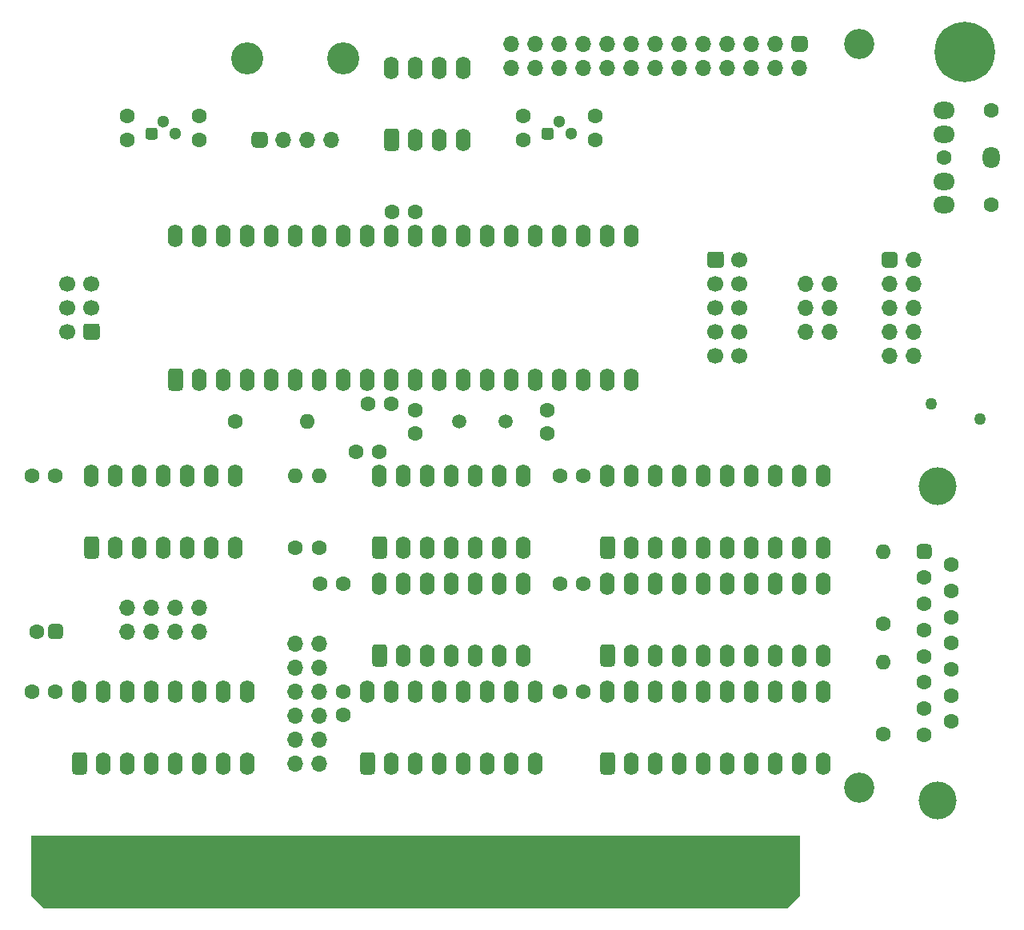
<source format=gbr>
%TF.GenerationSoftware,KiCad,Pcbnew,(5.1.10)-1*%
%TF.CreationDate,2022-05-20T00:42:25-07:00*%
%TF.ProjectId,hardmpu-wt,68617264-6d70-4752-9d77-742e6b696361,rev?*%
%TF.SameCoordinates,PX525bfc0PY8670810*%
%TF.FileFunction,Soldermask,Top*%
%TF.FilePolarity,Negative*%
%FSLAX46Y46*%
G04 Gerber Fmt 4.6, Leading zero omitted, Abs format (unit mm)*
G04 Created by KiCad (PCBNEW (5.1.10)-1) date 2022-05-20 00:42:25*
%MOMM*%
%LPD*%
G01*
G04 APERTURE LIST*
%ADD10C,0.100000*%
%ADD11O,1.700000X1.700000*%
%ADD12C,1.600000*%
%ADD13C,3.400000*%
%ADD14C,6.400000*%
%ADD15C,3.200000*%
%ADD16C,1.300000*%
%ADD17O,1.600000X2.400000*%
%ADD18O,2.300000X1.800000*%
%ADD19O,1.800000X2.300000*%
%ADD20R,1.780000X7.620000*%
%ADD21O,1.600000X1.600000*%
%ADD22C,4.000000*%
%ADD23C,1.270000*%
%ADD24C,1.500000*%
%ADD25C,1.700000*%
G04 APERTURE END LIST*
D10*
G36*
X81280000Y-6350000D02*
G01*
X80010000Y-7620000D01*
X1270000Y-7620000D01*
X0Y-6350000D01*
X0Y0D01*
X81280000Y0D01*
X81280000Y-6350000D01*
G37*
X81280000Y-6350000D02*
X80010000Y-7620000D01*
X1270000Y-7620000D01*
X0Y-6350000D01*
X0Y0D01*
X81280000Y0D01*
X81280000Y-6350000D01*
D11*
%TO.C,JP3*%
X84455000Y53340000D03*
X81915000Y53340000D03*
X84455000Y55880000D03*
X81915000Y55880000D03*
X84455000Y58420000D03*
X81915000Y58420000D03*
%TD*%
D12*
%TO.C,C14*%
X59690000Y76160000D03*
X59690000Y73660000D03*
%TD*%
%TO.C,C13*%
X10160000Y76160000D03*
X10160000Y73660000D03*
%TD*%
D13*
%TO.C,J7*%
X33020000Y82296000D03*
X22860000Y82296000D03*
D11*
X31750000Y73660000D03*
X29210000Y73660000D03*
X26670000Y73660000D03*
G36*
G01*
X24555000Y72810000D02*
X23705000Y72810000D01*
G75*
G02*
X23280000Y73235000I0J425000D01*
G01*
X23280000Y74085000D01*
G75*
G02*
X23705000Y74510000I425000J0D01*
G01*
X24555000Y74510000D01*
G75*
G02*
X24980000Y74085000I0J-425000D01*
G01*
X24980000Y73235000D01*
G75*
G02*
X24555000Y72810000I-425000J0D01*
G01*
G37*
%TD*%
D14*
%TO.C,H3*%
X98806000Y82931000D03*
%TD*%
D15*
%TO.C,H2*%
X87630000Y5080000D03*
%TD*%
%TO.C,H1*%
X87630000Y83820000D03*
%TD*%
D16*
%TO.C,U11*%
X55880000Y75565000D03*
X57150000Y74295000D03*
G36*
G01*
X53960000Y73970000D02*
X53960000Y74620000D01*
G75*
G02*
X54285000Y74945000I325000J0D01*
G01*
X54935000Y74945000D01*
G75*
G02*
X55260000Y74620000I0J-325000D01*
G01*
X55260000Y73970000D01*
G75*
G02*
X54935000Y73645000I-325000J0D01*
G01*
X54285000Y73645000D01*
G75*
G02*
X53960000Y73970000I0J325000D01*
G01*
G37*
%TD*%
D17*
%TO.C,U12*%
X38100000Y81280000D03*
X45720000Y73660000D03*
X40640000Y81280000D03*
X43180000Y73660000D03*
X43180000Y81280000D03*
X40640000Y73660000D03*
X45720000Y81280000D03*
G36*
G01*
X38500000Y72460000D02*
X37700000Y72460000D01*
G75*
G02*
X37300000Y72860000I0J400000D01*
G01*
X37300000Y74460000D01*
G75*
G02*
X37700000Y74860000I400000J0D01*
G01*
X38500000Y74860000D01*
G75*
G02*
X38900000Y74460000I0J-400000D01*
G01*
X38900000Y72860000D01*
G75*
G02*
X38500000Y72460000I-400000J0D01*
G01*
G37*
%TD*%
D16*
%TO.C,U10*%
X13970000Y75565000D03*
X15240000Y74295000D03*
G36*
G01*
X12050000Y73970000D02*
X12050000Y74620000D01*
G75*
G02*
X12375000Y74945000I325000J0D01*
G01*
X13025000Y74945000D01*
G75*
G02*
X13350000Y74620000I0J-325000D01*
G01*
X13350000Y73970000D01*
G75*
G02*
X13025000Y73645000I-325000J0D01*
G01*
X12375000Y73645000D01*
G75*
G02*
X12050000Y73970000I0J325000D01*
G01*
G37*
%TD*%
D12*
%TO.C,C16*%
X52070000Y73660000D03*
X52070000Y76160000D03*
%TD*%
%TO.C,C15*%
X17780000Y73660000D03*
X17780000Y76160000D03*
%TD*%
%TO.C,J3*%
X101600000Y66755000D03*
X101600000Y76755000D03*
X96600000Y71755000D03*
D18*
X96600000Y69255000D03*
X96600000Y74255000D03*
X96600000Y66755000D03*
X96600000Y76755000D03*
D19*
X101600000Y71755000D03*
%TD*%
D11*
%TO.C,J6*%
X50800000Y81280000D03*
X50800000Y83820000D03*
X53340000Y81280000D03*
X53340000Y83820000D03*
X55880000Y81280000D03*
X55880000Y83820000D03*
X58420000Y81280000D03*
X58420000Y83820000D03*
X60960000Y81280000D03*
X60960000Y83820000D03*
X63500000Y81280000D03*
X63500000Y83820000D03*
X66040000Y81280000D03*
X66040000Y83820000D03*
X68580000Y81280000D03*
X68580000Y83820000D03*
X71120000Y81280000D03*
X71120000Y83820000D03*
X73660000Y81280000D03*
X73660000Y83820000D03*
X76200000Y81280000D03*
X76200000Y83820000D03*
X78740000Y81280000D03*
X78740000Y83820000D03*
X81280000Y81280000D03*
G36*
G01*
X80855000Y84670000D02*
X81705000Y84670000D01*
G75*
G02*
X82130000Y84245000I0J-425000D01*
G01*
X82130000Y83395000D01*
G75*
G02*
X81705000Y82970000I-425000J0D01*
G01*
X80855000Y82970000D01*
G75*
G02*
X80430000Y83395000I0J425000D01*
G01*
X80430000Y84245000D01*
G75*
G02*
X80855000Y84670000I425000J0D01*
G01*
G37*
%TD*%
D17*
%TO.C,U3*%
X36830000Y26670000D03*
X52070000Y19050000D03*
X39370000Y26670000D03*
X49530000Y19050000D03*
X41910000Y26670000D03*
X46990000Y19050000D03*
X44450000Y26670000D03*
X44450000Y19050000D03*
X46990000Y26670000D03*
X41910000Y19050000D03*
X49530000Y26670000D03*
X39370000Y19050000D03*
X52070000Y26670000D03*
G36*
G01*
X37230000Y17850000D02*
X36430000Y17850000D01*
G75*
G02*
X36030000Y18250000I0J400000D01*
G01*
X36030000Y19850000D01*
G75*
G02*
X36430000Y20250000I400000J0D01*
G01*
X37230000Y20250000D01*
G75*
G02*
X37630000Y19850000I0J-400000D01*
G01*
X37630000Y18250000D01*
G75*
G02*
X37230000Y17850000I-400000J0D01*
G01*
G37*
%TD*%
%TO.C,U8*%
X36830000Y38100000D03*
X52070000Y30480000D03*
X39370000Y38100000D03*
X49530000Y30480000D03*
X41910000Y38100000D03*
X46990000Y30480000D03*
X44450000Y38100000D03*
X44450000Y30480000D03*
X46990000Y38100000D03*
X41910000Y30480000D03*
X49530000Y38100000D03*
X39370000Y30480000D03*
X52070000Y38100000D03*
G36*
G01*
X37230000Y29280000D02*
X36430000Y29280000D01*
G75*
G02*
X36030000Y29680000I0J400000D01*
G01*
X36030000Y31280000D01*
G75*
G02*
X36430000Y31680000I400000J0D01*
G01*
X37230000Y31680000D01*
G75*
G02*
X37630000Y31280000I0J-400000D01*
G01*
X37630000Y29680000D01*
G75*
G02*
X37230000Y29280000I-400000J0D01*
G01*
G37*
%TD*%
D20*
%TO.C,J8*%
X78740000Y-3810000D03*
X76200000Y-3810000D03*
X73660000Y-3810000D03*
X71120000Y-3810000D03*
X68580000Y-3810000D03*
X66040000Y-3810000D03*
X63500000Y-3810000D03*
X60960000Y-3810000D03*
X58420000Y-3810000D03*
X55880000Y-3810000D03*
X53340000Y-3810000D03*
X50800000Y-3810000D03*
X48260000Y-3810000D03*
X45720000Y-3810000D03*
X43180000Y-3810000D03*
X40640000Y-3810000D03*
X38100000Y-3810000D03*
X35560000Y-3810000D03*
X33020000Y-3810000D03*
X30480000Y-3810000D03*
X27940000Y-3810000D03*
X25400000Y-3810000D03*
X22860000Y-3810000D03*
X20320000Y-3810000D03*
X17780000Y-3810000D03*
X15240000Y-3810000D03*
X12700000Y-3810000D03*
X10160000Y-3810000D03*
X7620000Y-3810000D03*
X5080000Y-3810000D03*
X2540000Y-3810000D03*
%TD*%
D17*
%TO.C,U1*%
X35560000Y15240000D03*
X53340000Y7620000D03*
X38100000Y15240000D03*
X50800000Y7620000D03*
X40640000Y15240000D03*
X48260000Y7620000D03*
X43180000Y15240000D03*
X45720000Y7620000D03*
X45720000Y15240000D03*
X43180000Y7620000D03*
X48260000Y15240000D03*
X40640000Y7620000D03*
X50800000Y15240000D03*
X38100000Y7620000D03*
X53340000Y15240000D03*
G36*
G01*
X35960000Y6420000D02*
X35160000Y6420000D01*
G75*
G02*
X34760000Y6820000I0J400000D01*
G01*
X34760000Y8420000D01*
G75*
G02*
X35160000Y8820000I400000J0D01*
G01*
X35960000Y8820000D01*
G75*
G02*
X36360000Y8420000I0J-400000D01*
G01*
X36360000Y6820000D01*
G75*
G02*
X35960000Y6420000I-400000J0D01*
G01*
G37*
%TD*%
D12*
%TO.C,C17*%
X540000Y21590000D03*
G36*
G01*
X3340000Y21990000D02*
X3340000Y21190000D01*
G75*
G02*
X2940000Y20790000I-400000J0D01*
G01*
X2140000Y20790000D01*
G75*
G02*
X1740000Y21190000I0J400000D01*
G01*
X1740000Y21990000D01*
G75*
G02*
X2140000Y22390000I400000J0D01*
G01*
X2940000Y22390000D01*
G75*
G02*
X3340000Y21990000I0J-400000D01*
G01*
G37*
%TD*%
D11*
%TO.C,JP2*%
X30480000Y7620000D03*
X27940000Y7620000D03*
X30480000Y10160000D03*
X27940000Y10160000D03*
X30480000Y12700000D03*
X27940000Y12700000D03*
X30480000Y15240000D03*
X27940000Y15240000D03*
X30480000Y17780000D03*
X27940000Y17780000D03*
X30480000Y20320000D03*
X27940000Y20320000D03*
%TD*%
D12*
%TO.C,C10*%
X38140000Y66040000D03*
X40640000Y66040000D03*
%TD*%
%TO.C,C8*%
X34330000Y40640000D03*
X36830000Y40640000D03*
%TD*%
%TO.C,C7*%
X40000Y38100000D03*
X2540000Y38100000D03*
%TD*%
%TO.C,C6*%
X58420000Y38100000D03*
X55920000Y38100000D03*
%TD*%
%TO.C,C5*%
X55920000Y26670000D03*
X58420000Y26670000D03*
%TD*%
%TO.C,C4*%
X55920000Y15240000D03*
X58420000Y15240000D03*
%TD*%
%TO.C,C3*%
X30520000Y26670000D03*
X33020000Y26670000D03*
%TD*%
%TO.C,C2*%
X2540000Y15240000D03*
X40000Y15240000D03*
%TD*%
%TO.C,C1*%
X33020000Y15240000D03*
X33020000Y12740000D03*
%TD*%
D21*
%TO.C,R5*%
X90170000Y18315000D03*
D12*
X90170000Y10695000D03*
%TD*%
D21*
%TO.C,R4*%
X90170000Y30062500D03*
D12*
X90170000Y22442500D03*
%TD*%
D22*
%TO.C,J1*%
X95885000Y37010000D03*
X95885000Y3710000D03*
D12*
X97305000Y12050000D03*
X97305000Y14820000D03*
X97305000Y17590000D03*
X97305000Y20360000D03*
X97305000Y23130000D03*
X97305000Y25900000D03*
X97305000Y28670000D03*
X94465000Y10665000D03*
X94465000Y13435000D03*
X94465000Y16205000D03*
X94465000Y18975000D03*
X94465000Y21745000D03*
X94465000Y24515000D03*
X94465000Y27285000D03*
G36*
G01*
X94865000Y29255000D02*
X94065000Y29255000D01*
G75*
G02*
X93665000Y29655000I0J400000D01*
G01*
X93665000Y30455000D01*
G75*
G02*
X94065000Y30855000I400000J0D01*
G01*
X94865000Y30855000D01*
G75*
G02*
X95265000Y30455000I0J-400000D01*
G01*
X95265000Y29655000D01*
G75*
G02*
X94865000Y29255000I-400000J0D01*
G01*
G37*
%TD*%
D23*
%TO.C,F1*%
X95250000Y45720000D03*
X100350000Y44120000D03*
%TD*%
D17*
%TO.C,U7*%
X6350000Y38100000D03*
X21590000Y30480000D03*
X8890000Y38100000D03*
X19050000Y30480000D03*
X11430000Y38100000D03*
X16510000Y30480000D03*
X13970000Y38100000D03*
X13970000Y30480000D03*
X16510000Y38100000D03*
X11430000Y30480000D03*
X19050000Y38100000D03*
X8890000Y30480000D03*
X21590000Y38100000D03*
G36*
G01*
X6750000Y29280000D02*
X5950000Y29280000D01*
G75*
G02*
X5550000Y29680000I0J400000D01*
G01*
X5550000Y31280000D01*
G75*
G02*
X5950000Y31680000I400000J0D01*
G01*
X6750000Y31680000D01*
G75*
G02*
X7150000Y31280000I0J-400000D01*
G01*
X7150000Y29680000D01*
G75*
G02*
X6750000Y29280000I-400000J0D01*
G01*
G37*
%TD*%
%TO.C,U6*%
G36*
G01*
X61360000Y29280000D02*
X60560000Y29280000D01*
G75*
G02*
X60160000Y29680000I0J400000D01*
G01*
X60160000Y31280000D01*
G75*
G02*
X60560000Y31680000I400000J0D01*
G01*
X61360000Y31680000D01*
G75*
G02*
X61760000Y31280000I0J-400000D01*
G01*
X61760000Y29680000D01*
G75*
G02*
X61360000Y29280000I-400000J0D01*
G01*
G37*
X83820000Y38100000D03*
X63500000Y30480000D03*
X81280000Y38100000D03*
X66040000Y30480000D03*
X78740000Y38100000D03*
X68580000Y30480000D03*
X76200000Y38100000D03*
X71120000Y30480000D03*
X73660000Y38100000D03*
X73660000Y30480000D03*
X71120000Y38100000D03*
X76200000Y30480000D03*
X68580000Y38100000D03*
X78740000Y30480000D03*
X66040000Y38100000D03*
X81280000Y30480000D03*
X63500000Y38100000D03*
X83820000Y30480000D03*
X60960000Y38100000D03*
%TD*%
%TO.C,U5*%
G36*
G01*
X61360000Y17850000D02*
X60560000Y17850000D01*
G75*
G02*
X60160000Y18250000I0J400000D01*
G01*
X60160000Y19850000D01*
G75*
G02*
X60560000Y20250000I400000J0D01*
G01*
X61360000Y20250000D01*
G75*
G02*
X61760000Y19850000I0J-400000D01*
G01*
X61760000Y18250000D01*
G75*
G02*
X61360000Y17850000I-400000J0D01*
G01*
G37*
X83820000Y26670000D03*
X63500000Y19050000D03*
X81280000Y26670000D03*
X66040000Y19050000D03*
X78740000Y26670000D03*
X68580000Y19050000D03*
X76200000Y26670000D03*
X71120000Y19050000D03*
X73660000Y26670000D03*
X73660000Y19050000D03*
X71120000Y26670000D03*
X76200000Y19050000D03*
X68580000Y26670000D03*
X78740000Y19050000D03*
X66040000Y26670000D03*
X81280000Y19050000D03*
X63500000Y26670000D03*
X83820000Y19050000D03*
X60960000Y26670000D03*
%TD*%
%TO.C,U4*%
G36*
G01*
X61360000Y6420000D02*
X60560000Y6420000D01*
G75*
G02*
X60160000Y6820000I0J400000D01*
G01*
X60160000Y8420000D01*
G75*
G02*
X60560000Y8820000I400000J0D01*
G01*
X61360000Y8820000D01*
G75*
G02*
X61760000Y8420000I0J-400000D01*
G01*
X61760000Y6820000D01*
G75*
G02*
X61360000Y6420000I-400000J0D01*
G01*
G37*
X83820000Y15240000D03*
X63500000Y7620000D03*
X81280000Y15240000D03*
X66040000Y7620000D03*
X78740000Y15240000D03*
X68580000Y7620000D03*
X76200000Y15240000D03*
X71120000Y7620000D03*
X73660000Y15240000D03*
X73660000Y7620000D03*
X71120000Y15240000D03*
X76200000Y7620000D03*
X68580000Y15240000D03*
X78740000Y7620000D03*
X66040000Y15240000D03*
X81280000Y7620000D03*
X63500000Y15240000D03*
X83820000Y7620000D03*
X60960000Y15240000D03*
%TD*%
%TO.C,U2*%
X5080000Y15240000D03*
X22860000Y7620000D03*
X7620000Y15240000D03*
X20320000Y7620000D03*
X10160000Y15240000D03*
X17780000Y7620000D03*
X12700000Y15240000D03*
X15240000Y7620000D03*
X15240000Y15240000D03*
X12700000Y7620000D03*
X17780000Y15240000D03*
X10160000Y7620000D03*
X20320000Y15240000D03*
X7620000Y7620000D03*
X22860000Y15240000D03*
G36*
G01*
X5480000Y6420000D02*
X4680000Y6420000D01*
G75*
G02*
X4280000Y6820000I0J400000D01*
G01*
X4280000Y8420000D01*
G75*
G02*
X4680000Y8820000I400000J0D01*
G01*
X5480000Y8820000D01*
G75*
G02*
X5880000Y8420000I0J-400000D01*
G01*
X5880000Y6820000D01*
G75*
G02*
X5480000Y6420000I-400000J0D01*
G01*
G37*
%TD*%
D11*
%TO.C,JP1*%
X17780000Y24130000D03*
X17780000Y21590000D03*
X15240000Y24130000D03*
X15240000Y21590000D03*
X12700000Y24130000D03*
X12700000Y21590000D03*
X10160000Y24130000D03*
X10160000Y21590000D03*
%TD*%
D24*
%TO.C,Y1*%
X45285000Y43815000D03*
X50165000Y43815000D03*
%TD*%
D17*
%TO.C,U9*%
X15240000Y63500000D03*
X63500000Y48260000D03*
X17780000Y63500000D03*
X60960000Y48260000D03*
X20320000Y63500000D03*
X58420000Y48260000D03*
X22860000Y63500000D03*
X55880000Y48260000D03*
X25400000Y63500000D03*
X53340000Y48260000D03*
X27940000Y63500000D03*
X50800000Y48260000D03*
X30480000Y63500000D03*
X48260000Y48260000D03*
X33020000Y63500000D03*
X45720000Y48260000D03*
X35560000Y63500000D03*
X43180000Y48260000D03*
X38100000Y63500000D03*
X40640000Y48260000D03*
X40640000Y63500000D03*
X38100000Y48260000D03*
X43180000Y63500000D03*
X35560000Y48260000D03*
X45720000Y63500000D03*
X33020000Y48260000D03*
X48260000Y63500000D03*
X30480000Y48260000D03*
X50800000Y63500000D03*
X27940000Y48260000D03*
X53340000Y63500000D03*
X25400000Y48260000D03*
X55880000Y63500000D03*
X22860000Y48260000D03*
X58420000Y63500000D03*
X20320000Y48260000D03*
X60960000Y63500000D03*
X17780000Y48260000D03*
X63500000Y63500000D03*
G36*
G01*
X15640000Y47060000D02*
X14840000Y47060000D01*
G75*
G02*
X14440000Y47460000I0J400000D01*
G01*
X14440000Y49060000D01*
G75*
G02*
X14840000Y49460000I400000J0D01*
G01*
X15640000Y49460000D01*
G75*
G02*
X16040000Y49060000I0J-400000D01*
G01*
X16040000Y47460000D01*
G75*
G02*
X15640000Y47060000I-400000J0D01*
G01*
G37*
%TD*%
D21*
%TO.C,R3*%
X30480000Y38100000D03*
D12*
X30480000Y30480000D03*
%TD*%
D21*
%TO.C,R2*%
X27940000Y38100000D03*
D12*
X27940000Y30480000D03*
%TD*%
D21*
%TO.C,R1*%
X29210000Y43815000D03*
D12*
X21590000Y43815000D03*
%TD*%
D11*
%TO.C,J2*%
X93345000Y50800000D03*
X90805000Y50800000D03*
X93345000Y53340000D03*
X90805000Y53340000D03*
X93345000Y55880000D03*
X90805000Y55880000D03*
X93345000Y58420000D03*
X90805000Y58420000D03*
X93345000Y60960000D03*
G36*
G01*
X89955000Y60535000D02*
X89955000Y61385000D01*
G75*
G02*
X90380000Y61810000I425000J0D01*
G01*
X91230000Y61810000D01*
G75*
G02*
X91655000Y61385000I0J-425000D01*
G01*
X91655000Y60535000D01*
G75*
G02*
X91230000Y60110000I-425000J0D01*
G01*
X90380000Y60110000D01*
G75*
G02*
X89955000Y60535000I0J425000D01*
G01*
G37*
%TD*%
D25*
%TO.C,J5*%
X74930000Y50800000D03*
X74930000Y53340000D03*
X74930000Y55880000D03*
X74930000Y58420000D03*
X74930000Y60960000D03*
X72390000Y50800000D03*
X72390000Y53340000D03*
X72390000Y55880000D03*
X72390000Y58420000D03*
G36*
G01*
X71540000Y60360000D02*
X71540000Y61560000D01*
G75*
G02*
X71790000Y61810000I250000J0D01*
G01*
X72990000Y61810000D01*
G75*
G02*
X73240000Y61560000I0J-250000D01*
G01*
X73240000Y60360000D01*
G75*
G02*
X72990000Y60110000I-250000J0D01*
G01*
X71790000Y60110000D01*
G75*
G02*
X71540000Y60360000I0J250000D01*
G01*
G37*
%TD*%
%TO.C,J4*%
X3810000Y58420000D03*
X3810000Y55880000D03*
X3810000Y53340000D03*
X6350000Y58420000D03*
X6350000Y55880000D03*
G36*
G01*
X7200000Y53940000D02*
X7200000Y52740000D01*
G75*
G02*
X6950000Y52490000I-250000J0D01*
G01*
X5750000Y52490000D01*
G75*
G02*
X5500000Y52740000I0J250000D01*
G01*
X5500000Y53940000D01*
G75*
G02*
X5750000Y54190000I250000J0D01*
G01*
X6950000Y54190000D01*
G75*
G02*
X7200000Y53940000I0J-250000D01*
G01*
G37*
%TD*%
D12*
%TO.C,C9*%
X35600000Y45720000D03*
X38100000Y45720000D03*
%TD*%
%TO.C,C12*%
X40640000Y45045000D03*
X40640000Y42545000D03*
%TD*%
%TO.C,C11*%
X54610000Y45045000D03*
X54610000Y42545000D03*
%TD*%
M02*

</source>
